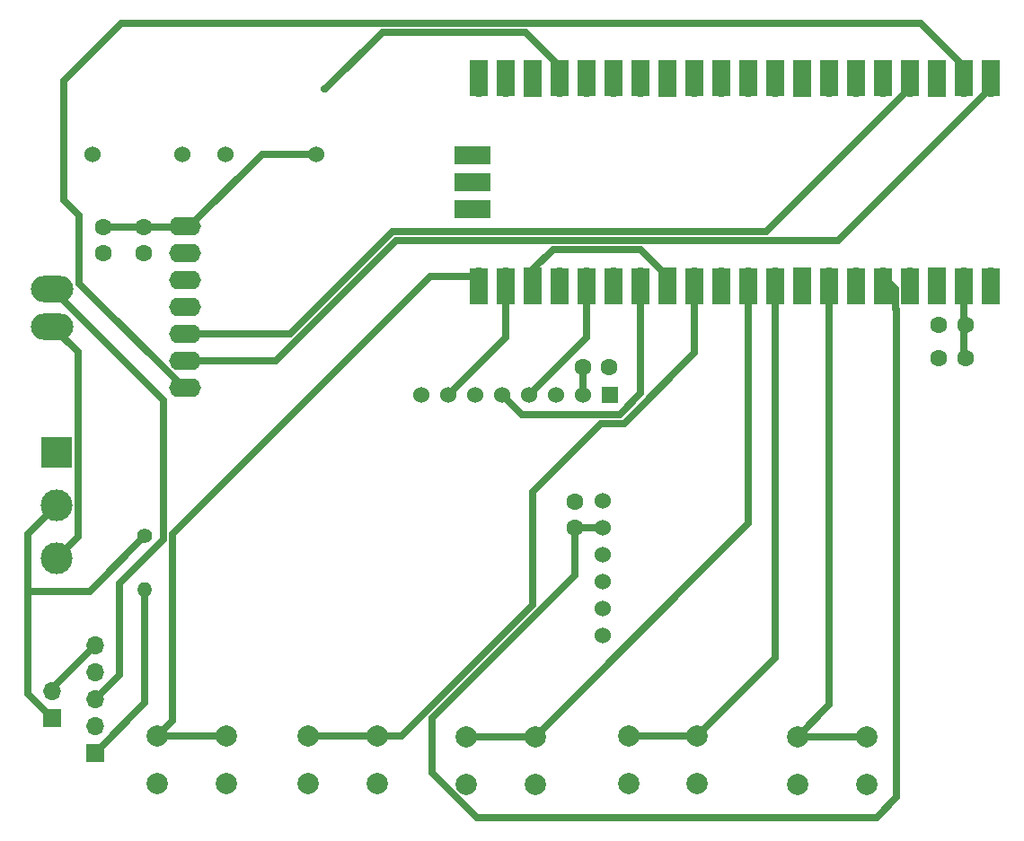
<source format=gtl>
%TF.GenerationSoftware,KiCad,Pcbnew,8.0.5*%
%TF.CreationDate,2024-10-19T23:10:57+02:00*%
%TF.ProjectId,Tortu,546f7274-752e-46b6-9963-61645f706362,rev?*%
%TF.SameCoordinates,Original*%
%TF.FileFunction,Copper,L1,Top*%
%TF.FilePolarity,Positive*%
%FSLAX46Y46*%
G04 Gerber Fmt 4.6, Leading zero omitted, Abs format (unit mm)*
G04 Created by KiCad (PCBNEW 8.0.5) date 2024-10-19 23:10:57*
%MOMM*%
%LPD*%
G01*
G04 APERTURE LIST*
%TA.AperFunction,ComponentPad*%
%ADD10R,1.700000X1.700000*%
%TD*%
%TA.AperFunction,ComponentPad*%
%ADD11O,1.700000X1.700000*%
%TD*%
%TA.AperFunction,ComponentPad*%
%ADD12R,1.524000X1.524000*%
%TD*%
%TA.AperFunction,ComponentPad*%
%ADD13C,1.524000*%
%TD*%
%TA.AperFunction,ComponentPad*%
%ADD14C,1.600000*%
%TD*%
%TA.AperFunction,ComponentPad*%
%ADD15R,3.000000X3.000000*%
%TD*%
%TA.AperFunction,ComponentPad*%
%ADD16C,3.000000*%
%TD*%
%TA.AperFunction,ComponentPad*%
%ADD17C,2.000000*%
%TD*%
%TA.AperFunction,ComponentPad*%
%ADD18C,1.400000*%
%TD*%
%TA.AperFunction,ComponentPad*%
%ADD19O,1.400000X1.400000*%
%TD*%
%TA.AperFunction,SMDPad,CuDef*%
%ADD20R,1.700000X3.500000*%
%TD*%
%TA.AperFunction,SMDPad,CuDef*%
%ADD21R,3.500000X1.700000*%
%TD*%
%TA.AperFunction,ComponentPad*%
%ADD22O,3.000000X1.750000*%
%TD*%
%TA.AperFunction,ComponentPad*%
%ADD23O,4.000000X2.500000*%
%TD*%
%TA.AperFunction,ViaPad*%
%ADD24C,0.600000*%
%TD*%
%TA.AperFunction,Conductor*%
%ADD25C,0.635000*%
%TD*%
G04 APERTURE END LIST*
D10*
%TO.P,LS1,1,1*%
%TO.N,Net-(LS1-Pad1)*%
X122936000Y-129037000D03*
D11*
%TO.P,LS1,2,2*%
%TO.N,Net-(AudioJack1-Pin_5)*%
X122936000Y-126497000D03*
%TD*%
D10*
%TO.P,AudioJack1,1,Pin_1*%
%TO.N,Net-(AudioJack1-Pin_1)*%
X127000000Y-132334000D03*
D11*
%TO.P,AudioJack1,2,Pin_2*%
%TO.N,unconnected-(AudioJack1-Pin_2-Pad2)*%
X127000000Y-129794000D03*
%TO.P,AudioJack1,3,Pin_3*%
%TO.N,Net-(AudioAmp1-OUTN)*%
X127000000Y-127254000D03*
%TO.P,AudioJack1,4,Pin_4*%
%TO.N,unconnected-(AudioJack1-Pin_4-Pad4)*%
X127000000Y-124714000D03*
%TO.P,AudioJack1,5,Pin_5*%
%TO.N,Net-(AudioJack1-Pin_5)*%
X127000000Y-122174000D03*
%TD*%
D12*
%TO.P,Display1,1,GND*%
%TO.N,GND*%
X175516800Y-98574500D03*
D13*
%TO.P,Display1,2,VCC*%
%TO.N,+3.3V*%
X172976800Y-98574500D03*
%TO.P,Display1,3,SCL*%
%TO.N,GPIO18*%
X170436800Y-98574500D03*
%TO.P,Display1,4,SDA*%
%TO.N,GPIO19*%
X167896800Y-98574500D03*
%TO.P,Display1,5,RES*%
%TO.N,GPIO21*%
X165356800Y-98574500D03*
%TO.P,Display1,6,DC*%
%TO.N,GPIO20*%
X162816800Y-98574500D03*
%TO.P,Display1,7,CS*%
%TO.N,GPIO17*%
X160276800Y-98574500D03*
%TO.P,Display1,8,BLK*%
%TO.N,unconnected-(Display1-BLK-Pad8)*%
X157736800Y-98574500D03*
%TD*%
D14*
%TO.P,C_SD1,1*%
%TO.N,+3.3V*%
X172212000Y-111105000D03*
%TO.P,C_SD1,2*%
%TO.N,GND*%
X172212000Y-108605000D03*
%TD*%
%TO.P,C_Pico2,1*%
%TO.N,Vin*%
X209022000Y-95123000D03*
%TO.P,C_Pico2,2*%
%TO.N,GND*%
X206522000Y-95123000D03*
%TD*%
%TO.P,C_Pico1,1*%
%TO.N,Vin*%
X209022000Y-91948000D03*
%TO.P,C_Pico1,2*%
%TO.N,GND*%
X206522000Y-91948000D03*
%TD*%
%TO.P,C_Display1,1*%
%TO.N,+3.3V*%
X172943200Y-95910400D03*
%TO.P,C_Display1,2*%
%TO.N,GND*%
X175443200Y-95910400D03*
%TD*%
%TO.P,C_Audio2,1*%
%TO.N,Vin*%
X131572000Y-82697000D03*
%TO.P,C_Audio2,2*%
%TO.N,GND*%
X131572000Y-85197000D03*
%TD*%
%TO.P,C_Audio1,1*%
%TO.N,Vin*%
X127762000Y-82697000D03*
%TO.P,C_Audio1,2*%
%TO.N,GND*%
X127762000Y-85197000D03*
%TD*%
D15*
%TO.P,RV1,1,1*%
%TO.N,unconnected-(RV1-Pad1)*%
X123398000Y-103966000D03*
D16*
%TO.P,RV1,2,2*%
%TO.N,Net-(LS1-Pad1)*%
X123398000Y-108966000D03*
%TO.P,RV1,3,3*%
%TO.N,Net-(AudioAmp1-OUTP)*%
X123398000Y-113966000D03*
%TD*%
D13*
%TO.P,SDCard1,1,GND*%
%TO.N,GND*%
X174879000Y-108585000D03*
%TO.P,SDCard1,2,VCC*%
%TO.N,+3.3V*%
X174879000Y-111125000D03*
%TO.P,SDCard1,3,MISO*%
%TO.N,GPIO12*%
X174879000Y-113665000D03*
%TO.P,SDCard1,4,MOSI*%
%TO.N,GPIO11*%
X174879000Y-116205000D03*
%TO.P,SDCard1,5,SCK*%
%TO.N,GPIO10*%
X174879000Y-118745000D03*
%TO.P,SDCard1,6,CS*%
%TO.N,GPIO13*%
X174879000Y-121285000D03*
%TD*%
D17*
%TO.P,BtnStory1,1,1*%
%TO.N,GPIO27*%
X177269000Y-130755000D03*
X183769000Y-130755000D03*
%TO.P,BtnStory1,2,2*%
%TO.N,GND*%
X177269000Y-135255000D03*
X183769000Y-135255000D03*
%TD*%
D18*
%TO.P,R1,1*%
%TO.N,Net-(LS1-Pad1)*%
X131699000Y-111887000D03*
D19*
%TO.P,R1,2*%
%TO.N,Net-(AudioJack1-Pin_1)*%
X131699000Y-116967000D03*
%TD*%
D13*
%TO.P,LX-LCBST1,4,V0-*%
%TO.N,GND*%
X139319000Y-75836000D03*
%TO.P,LX-LCBST1,3,V0+*%
%TO.N,Vin*%
X147828000Y-75836000D03*
%TO.P,LX-LCBST1,2,B-*%
%TO.N,unconnected-(LX-LCBST1-B--Pad2)*%
X126746000Y-75836000D03*
%TO.P,LX-LCBST1,1,B+*%
%TO.N,unconnected-(LX-LCBST1-B+-Pad1)*%
X135255000Y-75836000D03*
%TD*%
D11*
%TO.P,MCU1,1,GPIO0*%
%TO.N,GPIO0*%
X211455000Y-69596000D03*
D20*
X211455000Y-68696000D03*
D11*
%TO.P,MCU1,2,GPIO1*%
%TO.N,GPIO1*%
X208915000Y-69596000D03*
D20*
X208915000Y-68696000D03*
D10*
%TO.P,MCU1,3,GND*%
%TO.N,GND*%
X206375000Y-69596000D03*
D20*
X206375000Y-68696000D03*
D11*
%TO.P,MCU1,4,GPIO2*%
%TO.N,GPIO2*%
X203835000Y-69596000D03*
D20*
X203835000Y-68696000D03*
D11*
%TO.P,MCU1,5,GPIO3*%
%TO.N,unconnected-(MCU1-GPIO3-Pad5)_1*%
X201295000Y-69596000D03*
D20*
%TO.N,unconnected-(MCU1-GPIO3-Pad5)*%
X201295000Y-68696000D03*
D11*
%TO.P,MCU1,6,GPIO4*%
%TO.N,unconnected-(MCU1-GPIO4-Pad6)_1*%
X198755000Y-69596000D03*
D20*
%TO.N,unconnected-(MCU1-GPIO4-Pad6)*%
X198755000Y-68696000D03*
D11*
%TO.P,MCU1,7,GPIO5*%
%TO.N,unconnected-(MCU1-GPIO5-Pad7)_1*%
X196215000Y-69596000D03*
D20*
%TO.N,unconnected-(MCU1-GPIO5-Pad7)*%
X196215000Y-68696000D03*
D10*
%TO.P,MCU1,8,GND*%
%TO.N,GND*%
X193675000Y-69596000D03*
D20*
X193675000Y-68696000D03*
D11*
%TO.P,MCU1,9,GPIO6*%
%TO.N,unconnected-(MCU1-GPIO6-Pad9)*%
X191135000Y-69596000D03*
D20*
%TO.N,unconnected-(MCU1-GPIO6-Pad9)_1*%
X191135000Y-68696000D03*
D11*
%TO.P,MCU1,10,GPIO7*%
%TO.N,unconnected-(MCU1-GPIO7-Pad10)_1*%
X188595000Y-69596000D03*
D20*
%TO.N,unconnected-(MCU1-GPIO7-Pad10)*%
X188595000Y-68696000D03*
D11*
%TO.P,MCU1,11,GPIO8*%
%TO.N,unconnected-(MCU1-GPIO8-Pad11)_1*%
X186055000Y-69596000D03*
D20*
%TO.N,unconnected-(MCU1-GPIO8-Pad11)*%
X186055000Y-68696000D03*
D11*
%TO.P,MCU1,12,GPIO9*%
%TO.N,unconnected-(MCU1-GPIO9-Pad12)_1*%
X183515000Y-69596000D03*
D20*
%TO.N,unconnected-(MCU1-GPIO9-Pad12)*%
X183515000Y-68696000D03*
D10*
%TO.P,MCU1,13,GND*%
%TO.N,GND*%
X180975000Y-69596000D03*
D20*
X180975000Y-68696000D03*
D11*
%TO.P,MCU1,14,GPIO10*%
%TO.N,GPIO10*%
X178435000Y-69596000D03*
D20*
X178435000Y-68696000D03*
D11*
%TO.P,MCU1,15,GPIO11*%
%TO.N,GPIO11*%
X175895000Y-69596000D03*
D20*
X175895000Y-68696000D03*
D11*
%TO.P,MCU1,16,GPIO12*%
%TO.N,GPIO12*%
X173355000Y-69596000D03*
D20*
X173355000Y-68696000D03*
D11*
%TO.P,MCU1,17,GPIO13*%
%TO.N,GPIO13*%
X170815000Y-69596000D03*
D20*
X170815000Y-68696000D03*
D10*
%TO.P,MCU1,18,GND*%
%TO.N,GND*%
X168275000Y-69596000D03*
D20*
X168275000Y-68696000D03*
D11*
%TO.P,MCU1,19,GPIO14*%
%TO.N,unconnected-(MCU1-GPIO14-Pad19)*%
X165735000Y-69596000D03*
D20*
%TO.N,unconnected-(MCU1-GPIO14-Pad19)_1*%
X165735000Y-68696000D03*
D11*
%TO.P,MCU1,20,GPIO15*%
%TO.N,unconnected-(MCU1-GPIO15-Pad20)_1*%
X163195000Y-69596000D03*
D20*
%TO.N,unconnected-(MCU1-GPIO15-Pad20)*%
X163195000Y-68696000D03*
D11*
%TO.P,MCU1,21,GPIO16*%
%TO.N,GPIO16*%
X163195000Y-87376000D03*
D20*
X163195000Y-88276000D03*
D11*
%TO.P,MCU1,22,GPIO17*%
%TO.N,GPIO17*%
X165735000Y-87376000D03*
D20*
X165735000Y-88276000D03*
D10*
%TO.P,MCU1,23,GND*%
%TO.N,GND*%
X168275000Y-87376000D03*
D20*
X168275000Y-88276000D03*
D11*
%TO.P,MCU1,24,GPIO18*%
%TO.N,GPIO18*%
X170815000Y-87376000D03*
D20*
X170815000Y-88276000D03*
D11*
%TO.P,MCU1,25,GPIO19*%
%TO.N,GPIO19*%
X173355000Y-87376000D03*
D20*
X173355000Y-88276000D03*
D11*
%TO.P,MCU1,26,GPIO20*%
%TO.N,GPIO20*%
X175895000Y-87376000D03*
D20*
X175895000Y-88276000D03*
D11*
%TO.P,MCU1,27,GPIO21*%
%TO.N,GPIO21*%
X178435000Y-87376000D03*
D20*
X178435000Y-88276000D03*
D10*
%TO.P,MCU1,28,GND*%
%TO.N,GND*%
X180975000Y-87376000D03*
D20*
X180975000Y-88276000D03*
D11*
%TO.P,MCU1,29,GPIO22*%
%TO.N,GPIO22*%
X183515000Y-87376000D03*
D20*
X183515000Y-88276000D03*
D11*
%TO.P,MCU1,30,RUN*%
%TO.N,unconnected-(MCU1-RUN-Pad30)*%
X186055000Y-87376000D03*
D20*
%TO.N,unconnected-(MCU1-RUN-Pad30)_1*%
X186055000Y-88276000D03*
D11*
%TO.P,MCU1,31,GPIO26_ADC0*%
%TO.N,GPIO26*%
X188595000Y-87376000D03*
D20*
X188595000Y-88276000D03*
D11*
%TO.P,MCU1,32,GPIO27_ADC1*%
%TO.N,GPIO27*%
X191135000Y-87376000D03*
D20*
X191135000Y-88276000D03*
D10*
%TO.P,MCU1,33,AGND*%
%TO.N,GND*%
X193675000Y-87376000D03*
D20*
X193675000Y-88276000D03*
D11*
%TO.P,MCU1,34,GPIO28_ADC2*%
%TO.N,GPIO28*%
X196215000Y-87376000D03*
D20*
X196215000Y-88276000D03*
D11*
%TO.P,MCU1,35,ADC_VREF*%
%TO.N,unconnected-(MCU1-ADC_VREF-Pad35)_1*%
X198755000Y-87376000D03*
D20*
%TO.N,unconnected-(MCU1-ADC_VREF-Pad35)*%
X198755000Y-88276000D03*
D11*
%TO.P,MCU1,36,3V3*%
%TO.N,+3.3V*%
X201295000Y-87376000D03*
D20*
X201295000Y-88276000D03*
D11*
%TO.P,MCU1,37,3V3_EN*%
%TO.N,unconnected-(MCU1-3V3_EN-Pad37)*%
X203835000Y-87376000D03*
D20*
%TO.N,unconnected-(MCU1-3V3_EN-Pad37)_1*%
X203835000Y-88276000D03*
D10*
%TO.P,MCU1,38,GND*%
%TO.N,GND*%
X206375000Y-87376000D03*
D20*
X206375000Y-88276000D03*
D11*
%TO.P,MCU1,39,VSYS*%
%TO.N,Vin*%
X208915000Y-87376000D03*
D20*
X208915000Y-88276000D03*
D11*
%TO.P,MCU1,40,VBUS*%
%TO.N,unconnected-(MCU1-VBUS-Pad40)_1*%
X211455000Y-87376000D03*
D20*
%TO.N,unconnected-(MCU1-VBUS-Pad40)*%
X211455000Y-88276000D03*
D11*
%TO.P,MCU1,41,SWCLK*%
%TO.N,unconnected-(MCU1-SWCLK-Pad41)_1*%
X163425000Y-75946000D03*
D21*
%TO.N,unconnected-(MCU1-SWCLK-Pad41)*%
X162525000Y-75946000D03*
D10*
%TO.P,MCU1,42,GND*%
%TO.N,GND*%
X163425000Y-78486000D03*
D21*
X162525000Y-78486000D03*
D11*
%TO.P,MCU1,43,SWDIO*%
%TO.N,unconnected-(MCU1-SWDIO-Pad43)_1*%
X163425000Y-81026000D03*
D21*
%TO.N,unconnected-(MCU1-SWDIO-Pad43)*%
X162525000Y-81026000D03*
%TD*%
D17*
%TO.P,BtnRight1,1,1*%
%TO.N,GPIO28*%
X193219000Y-130791000D03*
X199719000Y-130791000D03*
%TO.P,BtnRight1,2,2*%
%TO.N,GND*%
X193219000Y-135291000D03*
X199719000Y-135291000D03*
%TD*%
%TO.P,BtnPlay1,1,1*%
%TO.N,GPIO22*%
X147095000Y-130755000D03*
X153595000Y-130755000D03*
%TO.P,BtnPlay1,2,2*%
%TO.N,GND*%
X147095000Y-135255000D03*
X153595000Y-135255000D03*
%TD*%
D22*
%TO.P,AudioAmp1,1,Vin*%
%TO.N,Vin*%
X135439000Y-82670000D03*
%TO.P,AudioAmp1,2,GND*%
%TO.N,GND*%
X135439000Y-85210000D03*
%TO.P,AudioAmp1,3,~{SD_MODE}*%
%TO.N,unconnected-(AudioAmp1-~{SD_MODE}-Pad3)*%
X135439000Y-87750000D03*
%TO.P,AudioAmp1,4,GAIN*%
%TO.N,unconnected-(AudioAmp1-GAIN-Pad4)*%
X135439000Y-90290000D03*
%TO.P,AudioAmp1,5,DIN*%
%TO.N,GPIO2*%
X135439000Y-92830000D03*
%TO.P,AudioAmp1,6,BCLK*%
%TO.N,GPIO0*%
X135439000Y-95370000D03*
%TO.P,AudioAmp1,7,LRC*%
%TO.N,GPIO1*%
X135439000Y-97910000D03*
D23*
%TO.P,AudioAmp1,8,OUTP*%
%TO.N,Net-(AudioAmp1-OUTP)*%
X122985000Y-92090000D03*
%TO.P,AudioAmp1,9,OUTN*%
%TO.N,Net-(AudioAmp1-OUTN)*%
X122985000Y-88590000D03*
%TD*%
D17*
%TO.P,BtnLeft1,1,1*%
%TO.N,GPIO16*%
X132871000Y-130719000D03*
X139371000Y-130719000D03*
%TO.P,BtnLeft1,2,2*%
%TO.N,GND*%
X132871000Y-135219000D03*
X139371000Y-135219000D03*
%TD*%
%TO.P,BtnMusic1,1,1*%
%TO.N,GPIO26*%
X161977000Y-130791000D03*
X168477000Y-130791000D03*
%TO.P,BtnMusic1,2,2*%
%TO.N,GND*%
X161977000Y-135291000D03*
X168477000Y-135291000D03*
%TD*%
D24*
%TO.N,GPIO13*%
X148590000Y-69721909D03*
%TD*%
D25*
%TO.N,Net-(LS1-Pad1)*%
X131699000Y-111887000D02*
X126492000Y-117094000D01*
X126492000Y-117094000D02*
X120650000Y-117094000D01*
X120650000Y-126751000D02*
X120650000Y-117094000D01*
X120650000Y-117094000D02*
X120650000Y-113538000D01*
X120650000Y-111714000D02*
X120650000Y-113538000D01*
X120650000Y-113538000D02*
X120650000Y-115570000D01*
X122936000Y-129037000D02*
X120650000Y-126751000D01*
%TO.N,Net-(AudioJack1-Pin_1)*%
X131699000Y-116967000D02*
X131699000Y-127635000D01*
X131699000Y-127635000D02*
X127000000Y-132334000D01*
%TO.N,Net-(AudioAmp1-OUTN)*%
X129286000Y-116332000D02*
X133429400Y-112188600D01*
X127000000Y-127254000D02*
X129286000Y-124968000D01*
X129286000Y-124968000D02*
X129286000Y-116332000D01*
%TO.N,Net-(AudioJack1-Pin_5)*%
X122936000Y-126497000D02*
X122936000Y-126238000D01*
X122936000Y-126238000D02*
X127000000Y-122174000D01*
%TO.N,Net-(AudioAmp1-OUTN)*%
X133429400Y-112188600D02*
X133429400Y-99034400D01*
X133429400Y-99034400D02*
X122985000Y-88590000D01*
%TO.N,GND*%
X170180000Y-84829600D02*
X178428600Y-84829600D01*
X168275000Y-87376000D02*
X168275000Y-86734600D01*
X168275000Y-86734600D02*
X170180000Y-84829600D01*
%TO.N,GPIO13*%
X148590000Y-69721909D02*
X148718091Y-69721909D01*
X148718091Y-69721909D02*
X154105000Y-64335000D01*
X167549000Y-64335000D02*
X170815000Y-67601000D01*
X154105000Y-64335000D02*
X167549000Y-64335000D01*
X170815000Y-67601000D02*
X170815000Y-69596000D01*
%TO.N,GPIO1*%
X135384708Y-97910000D02*
X125502500Y-88027792D01*
X129489200Y-63500000D02*
X204814000Y-63500000D01*
X208915000Y-67601000D02*
X208915000Y-69596000D01*
X125502500Y-88027792D02*
X125502500Y-81611300D01*
X125502500Y-81611300D02*
X124053600Y-80162400D01*
X124053600Y-80162400D02*
X124053600Y-68935600D01*
X135939000Y-97910000D02*
X135384708Y-97910000D01*
X124053600Y-68935600D02*
X129489200Y-63500000D01*
X204814000Y-63500000D02*
X208915000Y-67601000D01*
%TO.N,GPIO22*%
X153595000Y-130755000D02*
X155858600Y-130755000D01*
X174679000Y-101266600D02*
X176863400Y-101266600D01*
X155858600Y-130755000D02*
X168275000Y-118338600D01*
X168275000Y-118338600D02*
X168275000Y-107670600D01*
X168275000Y-107670600D02*
X174679000Y-101266600D01*
X176863400Y-101266600D02*
X183515000Y-94615000D01*
X183515000Y-94615000D02*
X183515000Y-87376000D01*
%TO.N,GPIO21*%
X165356800Y-98574500D02*
X167213900Y-100431600D01*
X167213900Y-100431600D02*
X176428400Y-100431600D01*
X176428400Y-100431600D02*
X178435000Y-98425000D01*
X178435000Y-98425000D02*
X178435000Y-87376000D01*
%TO.N,GPIO2*%
X135939000Y-92830000D02*
X145371200Y-92830000D01*
X145371200Y-92830000D02*
X155041600Y-83159600D01*
X155041600Y-83159600D02*
X190271400Y-83159600D01*
X190271400Y-83159600D02*
X203835000Y-69596000D01*
%TO.N,Net-(LS1-Pad1)*%
X123398000Y-108966000D02*
X120650000Y-111714000D01*
%TO.N,GND*%
X178428600Y-84829600D02*
X180975000Y-87376000D01*
%TO.N,+3.3V*%
X172212000Y-115582468D02*
X158750000Y-129044468D01*
X162969930Y-138430000D02*
X200660000Y-138430000D01*
X158750000Y-129044468D02*
X158750000Y-134210070D01*
X158750000Y-134210070D02*
X162969930Y-138430000D01*
X172212000Y-111105000D02*
X172212000Y-115582468D01*
X200660000Y-138430000D02*
X202565000Y-136525000D01*
X202565000Y-90543500D02*
X202467500Y-90446000D01*
X202565000Y-136525000D02*
X202565000Y-90543500D01*
X202467500Y-90446000D02*
X202467500Y-88548500D01*
X202467500Y-88548500D02*
X201295000Y-87376000D01*
X174879000Y-111125000D02*
X172232000Y-111125000D01*
X172232000Y-111125000D02*
X172212000Y-111105000D01*
X172943200Y-95910400D02*
X172943200Y-98540900D01*
X172943200Y-98540900D02*
X172976800Y-98574500D01*
%TO.N,GND*%
X175443200Y-98500900D02*
X175516800Y-98574500D01*
X175392400Y-98450100D02*
X175516800Y-98574500D01*
%TO.N,GPIO19*%
X173355000Y-87376000D02*
X173355000Y-93116300D01*
X173355000Y-93116300D02*
X167896800Y-98574500D01*
%TO.N,GPIO17*%
X165735000Y-87376000D02*
X165735000Y-93116300D01*
X165735000Y-93116300D02*
X160276800Y-98574500D01*
%TO.N,Vin*%
X208915000Y-87376000D02*
X208915000Y-95016000D01*
X208915000Y-95016000D02*
X209022000Y-95123000D01*
X147828000Y-75836000D02*
X142773000Y-75836000D01*
X142773000Y-75836000D02*
X135939000Y-82670000D01*
X127762000Y-82697000D02*
X135912000Y-82697000D01*
X135912000Y-82697000D02*
X135939000Y-82670000D01*
%TO.N,GPIO0*%
X135939000Y-95370000D02*
X144012068Y-95370000D01*
X144012068Y-95370000D02*
X155387468Y-83994600D01*
X155387468Y-83994600D02*
X197056400Y-83994600D01*
X197056400Y-83994600D02*
X211455000Y-69596000D01*
%TO.N,Net-(AudioAmp1-OUTP)*%
X123398000Y-113966000D02*
X125415500Y-111948500D01*
X125415500Y-111948500D02*
X125415500Y-94520500D01*
X125415500Y-94520500D02*
X122985000Y-92090000D01*
%TO.N,GPIO16*%
X163195000Y-87376000D02*
X158597600Y-87376000D01*
X158597600Y-87376000D02*
X134264400Y-111709200D01*
X134264400Y-111709200D02*
X134264400Y-129325600D01*
X134264400Y-129325600D02*
X132871000Y-130719000D01*
%TO.N,GPIO26*%
X168477000Y-130791000D02*
X188595000Y-110673000D01*
X188595000Y-110673000D02*
X188595000Y-87376000D01*
%TO.N,GPIO27*%
X183769000Y-130755000D02*
X191135000Y-123389000D01*
X191135000Y-123389000D02*
X191135000Y-87376000D01*
%TO.N,GPIO28*%
X193219000Y-130791000D02*
X196215000Y-127795000D01*
X196215000Y-127795000D02*
X196215000Y-87376000D01*
X199719000Y-130791000D02*
X193219000Y-130791000D01*
%TO.N,GPIO27*%
X177269000Y-130755000D02*
X183769000Y-130755000D01*
%TO.N,GPIO26*%
X161977000Y-130791000D02*
X168477000Y-130791000D01*
%TO.N,GPIO22*%
X147095000Y-130755000D02*
X153595000Y-130755000D01*
%TO.N,GPIO16*%
X132871000Y-130719000D02*
X139371000Y-130719000D01*
%TD*%
M02*

</source>
